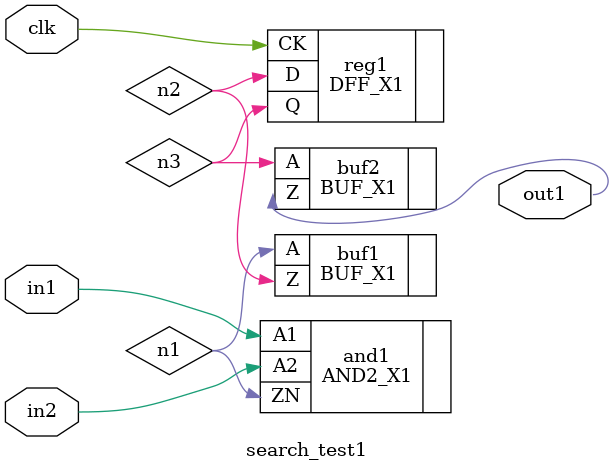
<source format=v>
module search_test1 (clk, in1, in2, out1);
  input clk, in1, in2;
  output out1;
  wire n1, n2, n3;

  AND2_X1 and1 (.A1(in1), .A2(in2), .ZN(n1));
  BUF_X1 buf1 (.A(n1), .Z(n2));
  DFF_X1 reg1 (.D(n2), .CK(clk), .Q(n3));
  BUF_X1 buf2 (.A(n3), .Z(out1));
endmodule

</source>
